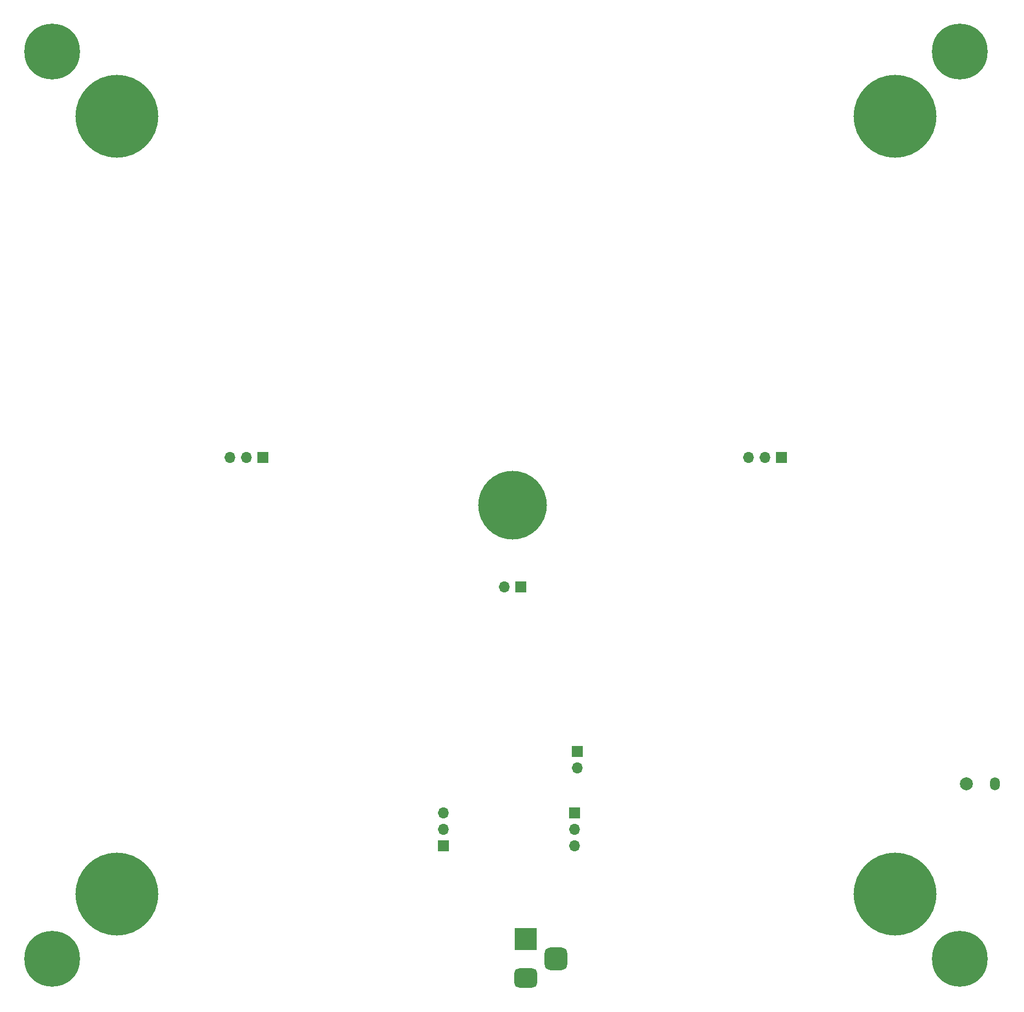
<source format=gbs>
G04 #@! TF.GenerationSoftware,KiCad,Pcbnew,7.0.9-1.fc39*
G04 #@! TF.CreationDate,2023-12-18T11:41:48-05:00*
G04 #@! TF.ProjectId,SYSMATT-WS2812-MATRIX-CARRIER,5359534d-4154-4542-9d57-53323831322d,rev?*
G04 #@! TF.SameCoordinates,Original*
G04 #@! TF.FileFunction,Soldermask,Bot*
G04 #@! TF.FilePolarity,Negative*
%FSLAX46Y46*%
G04 Gerber Fmt 4.6, Leading zero omitted, Abs format (unit mm)*
G04 Created by KiCad (PCBNEW 7.0.9-1.fc39) date 2023-12-18 11:41:48*
%MOMM*%
%LPD*%
G01*
G04 APERTURE LIST*
G04 Aperture macros list*
%AMRoundRect*
0 Rectangle with rounded corners*
0 $1 Rounding radius*
0 $2 $3 $4 $5 $6 $7 $8 $9 X,Y pos of 4 corners*
0 Add a 4 corners polygon primitive as box body*
4,1,4,$2,$3,$4,$5,$6,$7,$8,$9,$2,$3,0*
0 Add four circle primitives for the rounded corners*
1,1,$1+$1,$2,$3*
1,1,$1+$1,$4,$5*
1,1,$1+$1,$6,$7*
1,1,$1+$1,$8,$9*
0 Add four rect primitives between the rounded corners*
20,1,$1+$1,$2,$3,$4,$5,0*
20,1,$1+$1,$4,$5,$6,$7,0*
20,1,$1+$1,$6,$7,$8,$9,0*
20,1,$1+$1,$8,$9,$2,$3,0*%
G04 Aperture macros list end*
%ADD10R,3.500000X3.500000*%
%ADD11RoundRect,0.750000X1.000000X-0.750000X1.000000X0.750000X-1.000000X0.750000X-1.000000X-0.750000X0*%
%ADD12RoundRect,0.875000X0.875000X-0.875000X0.875000X0.875000X-0.875000X0.875000X-0.875000X-0.875000X0*%
%ADD13C,2.000000*%
%ADD14O,1.500000X2.000000*%
%ADD15R,1.700000X1.700000*%
%ADD16O,1.700000X1.700000*%
%ADD17C,12.800000*%
%ADD18C,8.600000*%
%ADD19C,10.600000*%
G04 APERTURE END LIST*
D10*
X103042500Y-167000000D03*
D11*
X103042500Y-173000000D03*
D12*
X107742500Y-170000000D03*
D13*
X171000000Y-143000000D03*
D14*
X175400000Y-143000000D03*
D15*
X90375000Y-152525000D03*
D16*
X90375000Y-149985000D03*
X90375000Y-147445000D03*
X110625000Y-152555000D03*
X110625000Y-150015000D03*
D15*
X110625000Y-147475000D03*
D16*
X111000000Y-140540000D03*
D15*
X111000000Y-138000000D03*
X142525000Y-92625000D03*
D16*
X139985000Y-92625000D03*
X137445000Y-92625000D03*
D15*
X102275000Y-112625000D03*
D16*
X99735000Y-112625000D03*
D15*
X62525000Y-92625000D03*
D16*
X59985000Y-92625000D03*
X57445000Y-92625000D03*
D17*
X160000000Y-40000000D03*
X40000000Y-40000000D03*
D18*
X170000000Y-170000000D03*
X170000000Y-30000000D03*
D19*
X101000000Y-100000000D03*
D17*
X160000000Y-160000000D03*
D18*
X30000000Y-170000000D03*
X30000000Y-30000000D03*
D17*
X40000000Y-160000000D03*
M02*

</source>
